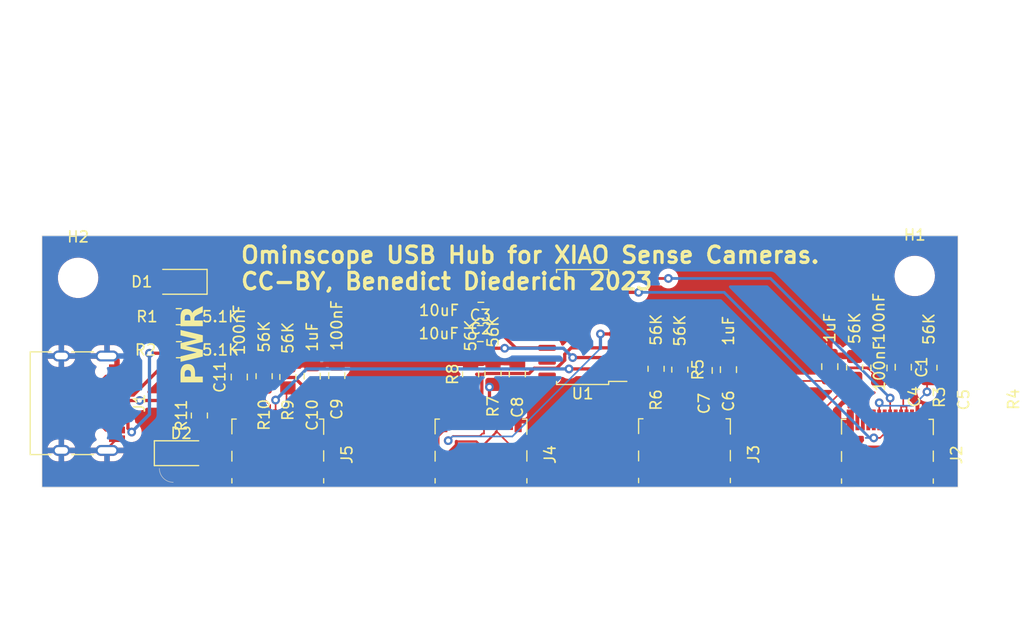
<source format=kicad_pcb>
(kicad_pcb (version 20221018) (generator pcbnew)
  (title_block (title "SL2.1A, USB-C 2.0 IN, 4x USB-C 2.0 OUT") (date "2023-11-02") (rev "v1.2") (company "Hugo Hu"))
  (layers (0 "F.Cu" signal) (31 "B.Cu" signal) (34 "B.Paste" user) (35 "F.Paste" user) (36 "B.SilkS" user "B.Silkscreen") (37 "F.SilkS" user "F.Silkscreen") (38 "B.Mask" user) (39 "F.Mask" user) (44 "Edge.Cuts" user))
  (net 0 "")
  (net 1 "/VBUS")
  (net 2 "GND")
  (net 3 "Net-(U1-VDD3)")
  (net 4 "Net-(U1-VDD18)")
  (net 5 "Net-(D1-A)")
  (net 6 "Net-(J1-CC1)")
  (net 8 "Net-(J1-CC2)")
  (net 10 "Net-(J2-CC1)")
  (net 11 "Net-(J2-CC2)")
  (net 12 "/D1+")
  (net 13 "/D1-")
  (net 14 "/D2+")
  (net 15 "/D2-")
  (net 16 "/D+")
  (net 17 "/D-")
  (net 18 "/D3+")
  (net 19 "/D3-")
  (net 20 "/D4+")
  (net 21 "/D4-")
  (net 22 "Net-(J3-CC1)")
  (net 23 "Net-(J3-CC2)")
  (net 24 "Net-(J4-CC1)")
  (net 25 "Net-(J4-CC2)")
  (net 26 "Net-(J5-CC1)")
  (net 27 "Net-(J5-CC2)")
  (net 29 "Net-(D2-A)")
  (footprint "Capacitor_SMD:C_0805_2012Metric_Pad1.18x1.45mm_HandSolder" (layer "F.Cu") (at 114.45 98.125 -90)
    (fp_text reference "C4")
    (fp_text value "1uF")
  )
  (footprint "Capacitor_SMD:C_0805_2012Metric_Pad1.18x1.45mm_HandSolder" (layer "F.Cu") (at 105.175 98.4 -90)
    (fp_text reference "C6")
    (fp_text value "1uF")
  )
  (footprint "Capacitor_SMD:C_0805_2012Metric_Pad1.18x1.45mm_HandSolder" (layer "F.Cu") (at 67.075 99 -90)
    (fp_text reference "C10")
    (fp_text value "1uF")
  )
  (footprint "MountingHole:MountingHole_3.2mm_M3_ISO14580" (layer "F.Cu") (at 45.65 90)
    (fp_text reference "H2")
    (fp_text value "MountingHole")
  )
  (footprint "Resistor_SMD:R_0805_2012Metric_Pad1.20x1.40mm_HandSolder" (layer "F.Cu") (at 56.75 102.6 90)
    (fp_text reference "R11")
    (fp_text value "100")
  )
  (footprint "Capacitor_SMD:C_0805_2012Metric_Pad1.18x1.45mm_HandSolder" (layer "F.Cu") (at 121.175 98.175 -90)
    (fp_text reference "C1")
    (fp_text value "100nF")
  )
  (footprint "Resistor_SMD:R_0805_2012Metric_Pad1.20x1.40mm_HandSolder" (layer "F.Cu") (at 54.859 93.5524 180)
    (fp_text reference "R1")
    (fp_text value "5.1K")
  )
  (footprint "LED_SMD:LED_1206_3216Metric_Pad1.42x1.75mm_HandSolder" (layer "F.Cu") (at 55.0875 106.05)
    (fp_text reference "D2")
    (fp_text value "LED_Small")
  )
  (footprint "Resistor_SMD:R_0805_2012Metric_Pad1.20x1.40mm_HandSolder" (layer "F.Cu") (at 98.55 98.325 90)
    (fp_text reference "R6")
    (fp_text value "56K")
  )
  (footprint "Resistor_SMD:R_0805_2012Metric_Pad1.20x1.40mm_HandSolder" (layer "F.Cu") (at 54.875 96.575)
    (fp_text reference "R2")
    (fp_text value "5.1K")
  )
  (footprint "uc32_standalone_singlemotor:USB_C_Plug_UTC009-C12" (layer "F.Cu") (at 119.725 103.2)
    (fp_text reference "J2")
    (fp_text value "USB_C_Receptacle_USB2.0")
  )
  (footprint "Capacitor_SMD:C_0805_2012Metric_Pad1.18x1.45mm_HandSolder" (layer "F.Cu") (at 69.325 98.95 -90)
    (fp_text reference "C9")
    (fp_text value "100nF")
  )
  (footprint "MountingHole:MountingHole_3.2mm_M3_ISO14580" (layer "F.Cu") (at 122.225 89.825)
    (fp_text reference "H1")
    (fp_text value "MountingHole")
  )
  (footprint "Capacitor_SMD:C_0805_2012Metric_Pad1.18x1.45mm_HandSolder" (layer "F.Cu") (at 60.4 99.075 -90)
    (fp_text reference "C11")
    (fp_text value "100nF")
  )
  (footprint "Capacitor_SMD:C_0805_2012Metric_Pad1.18x1.45mm_HandSolder" (layer "F.Cu") (at 118.95 98.25 -90)
    (fp_text reference "C5")
    (fp_text value "100nF")
  )
  (footprint "Capacitor_SMD:C_0805_2012Metric_Pad1.18x1.45mm_HandSolder" (layer "F.Cu") (at 82.5125 92.975 180)
    (fp_text reference "C2")
    (fp_text value "10uF")
  )
  (footprint "uc32_standalone_singlemotor:USB_C_Plug_UTC009-C12" (layer "F.Cu") (at 101.15 103.15)
    (fp_text reference "J3")
    (fp_text value "USB_C_Receptacle_USB2.0")
  )
  (footprint "Capacitor_SMD:C_0805_2012Metric_Pad1.18x1.45mm_HandSolder" (layer "F.Cu") (at 85.85 98.8 -90)
    (fp_text reference "C8")
    (fp_text value "1uF")
  )
  (footprint "uc32_standalone_singlemotor:USB_C_Plug_UTC009-C12" (layer "F.Cu") (at 63.925 103.175)
    (fp_text reference "J5")
    (fp_text value "USB_C_Receptacle_USB2.0")
  )
  (footprint "Capacitor_SMD:C_0805_2012Metric_Pad1.18x1.45mm_HandSolder" (layer "F.Cu") (at 82.4625 95.1)
    (fp_text reference "C3")
    (fp_text value "10uF")
  )
  (footprint "Package_SO:SOIC-16_4.55x10.3mm_P1.27mm" (layer "F.Cu") (at 91.825 94.5 180)
    (fp_text reference "U1")
    (fp_text value "SL2.1A")
  )
  (footprint "Resistor_SMD:R_0805_2012Metric_Pad1.20x1.40mm_HandSolder" (layer "F.Cu") (at 123.525 98.225 90)
    (fp_text reference "R4")
    (fp_text value "56K")
  )
  (footprint "Resistor_SMD:R_0805_2012Metric_Pad1.20x1.40mm_HandSolder" (layer "F.Cu") (at 62.675 99 90)
    (fp_text reference "R10")
    (fp_text value "56K")
  )
  (footprint "Resistor_SMD:R_0805_2012Metric_Pad1.20x1.40mm_HandSolder" (layer "F.Cu") (at 116.725 98.2 -90)
    (fp_text reference "R3")
    (fp_text value "56K")
  )
  (footprint "Resistor_SMD:R_0805_2012Metric_Pad1.20x1.40mm_HandSolder" (layer "F.Cu") (at 100.725 98.4 -90)
    (fp_text reference "R5")
    (fp_text value "56K")
  )
  (footprint "Diode_SMD:D_1206_3216Metric_Pad1.42x1.75mm_HandSolder" (layer "F.Cu") (at 54.994 90.3624 180)
    (fp_text reference "D1")
    (fp_text value "SD1206T020S1R0")
  )
  (footprint "Resistor_SMD:R_0805_2012Metric_Pad1.20x1.40mm_HandSolder" (layer "F.Cu") (at 81.575 98.825 90)
    (fp_text reference "R8")
    (fp_text value "56K")
  )
  (footprint "Resistor_SMD:R_0805_2012Metric_Pad1.20x1.40mm_HandSolder" (layer "F.Cu") (at 64.85 99.075 -90)
    (fp_text reference "R9")
    (fp_text value "56K")
  )
  (footprint "Connector_USB:USB_C_Receptacle_HRO_TYPE-C-31-M-12" (layer "F.Cu") (at 45.165 101.475 -90)
    (fp_text reference "J1")
    (fp_text value "USB_C_Receptacle_USB2.0")
  )
  (footprint "Capacitor_SMD:C_0805_2012Metric_Pad1.18x1.45mm_HandSolder" (layer "F.Cu") (at 102.95 98.475 -90)
    (fp_text reference "C7")
    (fp_text value "100nF" hide)
  )
  (footprint "Resistor_SMD:R_0805_2012Metric_Pad1.20x1.40mm_HandSolder" (layer "F.Cu") (at 83.625 98.75 -90)
    (fp_text reference "R7")
    (fp_text value "56K")
  )
  (footprint "uc32_standalone_singlemotor:USB_C_Plug_UTC009-C12" (layer "F.Cu") (at 82.525 103.175)
    (fp_text reference "J4")
    (fp_text value "USB_C_Receptacle_USB2.0")
  )
  (gr_line (start 42.35 86.15) (end 126.175 86.15) (stroke (width 0.05)) (layer "Edge.Cuts"))
  (gr_arc (start 54.356 108.712) (mid 53.457974 108.340026) (end 53.086 107.442) (stroke (width 0.05)) (layer "Edge.Cuts"))
  (gr_line (start 126.175 109.15) (end 42.35 109.15) (stroke (width 0.05)) (layer "Edge.Cuts"))
  (gr_line (start 126.175 86.15) (end 126.175 109.15) (stroke (width 0.05)) (layer "Edge.Cuts"))
  (gr_line (start 42.35 109.15) (end 42.35 86.15) (stroke (width 0.05)) (layer "Edge.Cuts"))
  (gr_text "PWR" (at 57.404 99.822 90) (layer "F.SilkS") (effects (font (size 2 2) (thickness 0.4) bold) (justify left bottom)))
  (gr_text "Ominscope USB Hub for XIAO Sense Cameras. \nCC-BY, Benedict Diederich 2023" (at 60.4 91.2) (layer "F.SilkS") (effects (font (size 1.5 1.5) (thickness 0.3) bold) (justify left bottom)))
  (segment (start 85.85 100.3) (end 85 101.15) (width 0.3) (layer "F.Cu") (net 1))
  (segment (start 67.125 99.9875) (end 67.0752 100.0377) (width 0.3) (layer "F.Cu") (net 1))
  (segment (start 75.2875 105.95) (end 69.325 99.9875) (width 0.3) (layer "F.Cu") (net 1))
  (segment (start 102.102 104.975) (end 99.1288 104.975) (width 0.15) (layer "F.Cu") (net 1))
  (segment (start 57.4305 89.4134) (end 89.4377 89.4134) (width 0.3) (layer "F.Cu") (net 1))
  (segment (start 61.3929 99.1196) (end 60.4 100.112) (width 0.3) (layer "F.Cu") (net 1))
  (segment (start 83.975 104.08) (end 83.8802 104.08) (width 0.15) (layer "F.Cu") (net 1))
  (segment (start 102.9 101.725) (end 102.95 101.675) (width 0.15) (layer "F.Cu") (net 1))
  (segment (start 65.725 101.648) (end 65.225 101.648) (width 0.15) (layer "F.Cu") (net 1))
  (segment (start 65.725 101.165) (end 65.725 101.648) (width 0.15) (layer "F.Cu") (net 1))
  (segment (start 82.1 104.975) (end 82.525 105.4) (width 0.2) (layer "F.Cu") (net 1))
  (segment (start 105.1 99.5125) (end 105.175 99.4375) (width 0.15) (layer "F.Cu") (net 1))
  (segment (start 89.756 91.96) (end 96.1106 91.96) (width 0.3) (layer "F.Cu") (net 1))
  (segment (start 79.35 106.225) (end 75.525 106.225) (width 0.3) (layer "F.Cu") (net 1))
  (segment (start 82.525 105.4) (end 82.65 105.4) (width 0.2) (layer "F.Cu") (net 1))
  (segment (start 75.2875 105.9875) (end 75.2875 105.95) (width 0.3) (layer "F.Cu") (net 1))
  (segment (start 80.275 105.3) (end 79.35 106.225) (width 0.3) (layer "F.Cu") (net 1))
  (segment (start 83.725 101.425) (end 83.725 102.945) (width 0.2) (layer "F.Cu") (net 1))
  (segment (start 84 101.15) (end 83.725 101.425) (width 0.2) (layer "F.Cu") (net 1))
  (segment (start 83.975 102.945) (end 83.725 102.945) (width 0.2) (layer "F.Cu") (net 1))
  (segment (start 117.983 98.3203) (end 117.9032 98.2405) (width 0.25) (layer "F.Cu") (net 1))
  (segment (start 56.4815 90.3624) (end 57.4305 89.4134) (width 0.3) (layer "F.Cu") (net 1))
  (segment (start 66.6092 100.28) (end 65.725 101.165) (width 0.3) (layer "F.Cu") (net 1))
  (segment (start 86.2835 106.389) (end 83.975 104.08) (width 0.15) (layer "F.Cu") (net 1))
  (segment (start 58.0375 100.112) (end 56.575 101.575) (width 0.3) (layer "F.Cu") (net 1))
  (segment (start 102.9 104.177) (end 102.102 104.975) (width 0.15) (layer "F.Cu") (net 1))
  (segment (start 89.4377 89.4134) (end 89.756 89.7317) (width 0.3) (layer "F.Cu") (net 1))
  (segment (start 102.4 102.95) (end 102.4 101.723) (width 0.15) (layer "F.Cu") (net 1))
  (segment (start 84.225 102.945) (end 83.975 102.945) (width 0.2) (layer "F.Cu") (net 1))
  (segment (start 82.65 105.4) (end 83.8802 104.1698) (width 0.2) (layer "F.Cu") (net 1))
  (segment (start 67.0752 100.0377) (end 67.075 100.038) (width 0.3) (layer "F.Cu") (net 1))
  (segment (start 83.975 104.08) (end 83.975 102.945) (width 0.15) (layer "F.Cu") (net 1))
  (segment (start 65.4483 99.1196) (end 61.3929 99.1196) (width 0.3) (layer "F.Cu") (net 1))
  (segment (start 99.1288 104.975) (end 97.7156 106.389) (width 0.15) (layer "F.Cu") (net 1))
  (segment (start 66.8522 100.038) (end 66.6092 100.28) (width 0.3) (layer "F.Cu") (net 1))
  (segment (start 101.85 96.8653) (end 101.85 98.4125) (width 0.25) (layer "F.Cu") (net 1))
  (segment (start 88.575 92.595) (end 89.21 91.96) (width 0.3) (layer "F.Cu") (net 1))
  (segment (start 85 101.15) (end 84 101.15) (width 0.3) (layer "F.Cu") (net 1))
  (segment (start 102.4 101.723) (end 102.9 101.723) (width 0.15) (layer "F.Cu") (net 1))
  (segment (start 115.3718 98.2405) (end 115.292 98.3203) (width 0.25) (layer "F.Cu") (net 1))
  (segment (start 80.275 104.975) (end 82.1 104.975) (width 0.2) (layer "F.Cu") (net 1))
  (segment (start 102.9 101.725) (end 102.9 102.95) (width 0.15) (layer "F.Cu") (net 1))
  (segment (start 67.075 100.0375) (end 67.0752 100.0377) (width 0.3) (layer "F.Cu") (net 1))
  (segment (start 99.6939 94.7092) (end 101.85 96.8653) (width 0.25) (layer "F.Cu") (net 1))
  (segment (start 102.9 101.723) (end 102.9 101.725) (width 0.15) (layer "F.Cu") (net 1))
  (segment (start 121.475 103) (end 121.475 101.773) (width 0.15) (layer "F.Cu") (net 1))
  (segment (start 102.95 101.675) (end 102.95 99.5125) (width 0.15) (layer "F.Cu") (net 1))
  (segment (start 67.075 100.038) (end 66.8522 100.038) (width 0.3) (layer "F.Cu") (net 1))
  (segment (start 60.4 100.1125) (end 60.4 100.112) (width 0.3) (layer "F.Cu") (net 1))
  (segment (start 65.725 101.648) (end 65.725 102.875) (width 0.15) (layer "F.Cu") (net 1))
  (segment (start 121.175 99.2875) (end 121.175 99.2125) (width 0.15) (layer "F.Cu") (net 1))
  (segment (start 120.975 101.773) (end 121.175 101.773) (width 0.15) (layer "F.Cu") (net 1))
  (segment (start 117.9032 98.2405) (end 115.3718 98.2405) (width 0.25) (layer "F.Cu") (net 1))
  (segment (start 121.175 99.2875) (end 118.95 99.2875) (width 0.15) (layer "F.Cu") (net 1))
  (segment (start 65.225 101.648) (end 65.225 102.875) (width 0.15) (layer "F.Cu") (net 1))
  (segment (start 114.175 99.4375) (end 114.45 99.1625) (width 0.15) (layer "F.Cu") (net 1))
  (segment (start 69.325 99.9875) (end 67.125 99.9875) (width 0.3) (layer "F.Cu") (net 1))
  (segment (start 83.8802 104.1698) (end 83.8802 104.08) (width 0.2) (layer "F.Cu") (net 1))
  (segment (start 96.1106 91.96) (end 98.8598 94.7092) (width 0.25) (layer "F.Cu") (net 1))
  (segment (start 102.9 102.95) (end 102.9 104.177) (width 0.15) (layer "F.Cu") (net 1))
  (segment (start 102.95 99.5125) (end 105.1 99.5125) (width 0.15) (layer "F.Cu") (net 1))
  (segment (start 89.21 91.96) (end 89.756 91.96) (width 0.3) (layer "F.Cu") (net 1))
  (segment (start 89.756 89.7317) (end 89.756 91.96) (width 0.3) (layer "F.Cu") (net 1))
  (segment (start 75.525 106.225) (end 75.2875 105.9875) (width 0.3) (layer "F.Cu") (net 1))
  (segment (start 60.4 100.112) (end 58.0375 100.112) (width 0.3) (layer "F.Cu") (net 1))
  (segment (start 80.275 104.975) (end 80.275 105.3) (width 0.3) (layer "F.Cu") (net 1))
  (segment (start 121.175 101.773) (end 121.175 99.2875) (width 0.15) (layer "F.Cu") (net 1))
  (segment (start 120.975 103) (end 120.975 101.773) (width 0.15) (layer "F.Cu") (net 1))
  (segment (start 114.45 99.1625) (end 115.292 98.3203) (width 0.15) (layer "F.Cu") (net 1))
  (segment (start 121.475 101.773) (end 121.175 101.773) (width 0.15) (layer "F.Cu") (net 1))
  (segment (start 85.85 99.8375) (end 85.85 100.3) (width 0.3) (layer "F.Cu") (net 1))
  (segment (start 66.6092 100.28) (end 65.4483 99.1196) (width 0.3) (layer "F.Cu") (net 1))
  (segment (start 117.983 98.3203) (end 118.95 99.2875) (width 0.15) (layer "F.Cu") (net 1))
  (segment (start 98.8598 94.7092) (end 99.6939 94.7092) (width 0.25) (layer "F.Cu") (net 1))
  (segment (start 102.95 99.5125) (end 101.85 98.4125) (width 0.15) (layer "F.Cu") (net 1))
  (segment (start 97.7156 106.389) (end 86.2835 106.389) (width 0.15) (layer "F.Cu") (net 1))
  (segment (start 105.175 99.4375) (end 114.175 99.4375) (width 0.15) (layer "F.Cu") (net 1))
  (segment (start 88.385 93.675) (end 87.475 93.675) (width 0.25) (layer "F.Cu") (net 2))
  (segment (start 97.75 103.05) (end 96.6 104.2) (width 0.2) (layer "F.Cu") (net 2))
  (segment (start 88.575 93.865) (end 88.385 93.675) (width 0.25) (layer "F.Cu") (net 2))
  (segment (start 85.75 91.95) (end 84.85 91.95) (width 0.25) (layer "F.Cu") (net 2))
  (segment (start 48.295 105.795) (end 48.295 105.64) (width 0.2) (layer "F.Cu") (net 2))
  (segment (start 103.525 105.775) (end 102.525 105.775) (width 0.2) (layer "F.Cu") (net 2))
  (segment (start 117.975 107.7) (end 118.475 107.2) (width 0.2) (layer "F.Cu") (net 2))
  (segment (start 85.875 103.045) (end 86.655 103.045) (width 0.4) (layer "F.Cu") (net 2))
  (segment (start 102.525 105.775) (end 102.4 105.9) (width 0.2) (layer "F.Cu") (net 2))
  (segment (start 48.295 105.64) (end 49.21 104.725) (width 0.2) (layer "F.Cu") (net 2))
  (segment (start 103.525 103.075) (end 103.525 105.775) (width 0.2) (layer "F.Cu") (net 2))
  (segment (start 96.6 104.2) (end 96.6 105.05) (width 0.2) (layer "F.Cu") (net 2))
  (segment (start 87.475 93.675) (end 85.75 91.95) (width 0.25) (layer "F.Cu") (net 2))
  (segment (start 81.35 92.85) (end 81.475 92.975) (width 0.25) (layer "F.Cu") (net 2))
  (segment (start 79.075 103.045) (end 79.075 103.895) (width 0.4) (layer "F.Cu") (net 2))
  (segment (start 118.475 107.2) (end 118.475 105.95) (width 0.2) (layer "F.Cu") (net 2))
  (segment (start 84.55 91.65) (end 81.625 91.65) (width 0.25) (layer "F.Cu") (net 2))
  (segment (start 81.35 91.925) (end 81.35 92.85) (width 0.25) (layer "F.Cu") (net 2))
  (segment (start 121.975 103) (end 122.475 103) (width 0.2) (layer "F.Cu") (net 2))
  (segment (start 79.075 103.895) (end 77.925 105.045) (width 0.4) (layer "F.Cu") (net 2))
  (segment (start 66.175 102.975) (end 66.675 102.975) (width 0.2) (layer "F.Cu") (net 2))
  (segment (start 86.655 103.045) (end 88.225 101.475) (width 0.4) (layer "F.Cu") (net 2))
  (segment (start 103.4 102.95) (end 103.525 103.075) (width 0.2) (layer "F.Cu") (net 2))
  (segment (start 88.225 101.475) (end 88.225 99.295) (width 0.4) (layer "F.Cu") (net 2))
  (segment (start 88.225 99.295) (end 88.575 98.945) (width 0.3) (layer "F.Cu") (net 2))
  (segment (start 84.85 91.95) (end 84.55 91.65) (width 0.25) (layer "F.Cu") (net 2))
  (segment (start 81.625 91.65) (end 81.35 91.925) (width 0.25) (layer "F.Cu") (net 2))
  (segment (start 84.775 102.975) (end 85.275 102.975) (width 0.2) (layer "F.Cu") (net 2))
  (segment (start 85.625 92.975) (end 83.55 92.975) (width 0.3) (layer "F.Cu") (net 3))
  (segment (start 88.575 95.135) (end 87.785 95.135) (width 0.3) (layer "F.Cu") (net 3))
  (segment (start 87.785 95.135) (end 85.625 92.975) (width 0.3) (layer "F.Cu") (net 3))
  (segment (start 88.575 96.405) (end 85.6859 96.405) (width 0.3) (layer "F.Cu") (net 4))
  (segment (start 85.6859 96.405) (end 83.8309 94.55) (width 0.3) (layer "F.Cu") (net 4))
  (segment (start 83.8309 94.55) (end 83.5 94.55) (width 0.3) (layer "F.Cu") (net 4))
  (segment (start 48.2081 103.925) (end 47.8492 103.566) (width 0.3) (layer "F.Cu") (net 5))
  (segment (start 47.8492 103.566) (end 47.8492 99.3839) (width 0.3) (layer "F.Cu") (net 5))
  (segment (start 48.2081 99.025) (end 49.21 99.025) (width 0.3) (layer "F.Cu") (net 5))
  (segment (start 50.2119 94.78) (end 53.5065 91.4854) (width 0.3) (layer "F.Cu") (net 5))
  (segment (start 49.21 103.925) (end 48.2081 103.925) (width 0.3) (layer "F.Cu") (net 5))
  (segment (start 50.2119 99.025) (end 50.2119 94.78) (width 0.3) (layer "F.Cu") (net 5))
  (segment (start 53.5065 91.4854) (end 53.5065 90.3624) (width 0.3) (layer "F.Cu") (net 5))
  (segment (start 49.21 99.025) (end 50.2119 99.025) (width 0.3) (layer "F.Cu") (net 5))
  (segment (start 47.8492 99.3839) (end 48.2081 99.025) (width 0.3) (layer "F.Cu") (net 5))
  (segment (start 49.21 100.225) (end 50.2119 100.225) (width 0.3) (layer "F.Cu") (net 6))
  (segment (start 50.2119 100.225) (end 50.8749 99.562) (width 0.3) (layer "F.Cu") (net 6))
  (segment (start 50.8749 96.5365) (end 53.859 93.5524) (width 0.3) (layer "F.Cu") (net 6))
  (segment (start 50.8749 99.562) (end 50.8749 96.5365) (width 0.3) (layer "F.Cu") (net 6))
  (segment (start 52.1803 96.9003) (end 53.5497 96.9003) (width 0.3) (layer "F.Cu") (net 8))
  (segment (start 49.21 103.225) (end 50.2119 103.225) (width 0.3) (layer "F.Cu") (net 8))
  (segment (start 50.2119 103.774) (end 50.553 104.115) (width 0.3) (layer "F.Cu") (net 8))
  (segment (start 50.2119 103.225) (end 50.2119 103.774) (width 0.3) (layer "F.Cu") (net 8))
  (segment (start 53.5497 96.9003) (end 53.875 96.575) (width 0.3) (layer "F.Cu") (net 8))
  (via (at 50.553 104.115) (size 0.8) (drill 0.4) (layers "F.Cu" "B.Cu") (net 8))
  (via (at 52.1803 96.9003) (size 0.8) (drill 0.4) (layers "F.Cu" "B.Cu") (net 8))
  (segment (start 52.1803 96.9003) (end 52.1803 102.488) (width 0.3) (layer "B.Cu") (net 8))
  (segment (start 52.1803 102.488) (end 50.553 104.115) (width 0.3) (layer "B.Cu") (net 8))
  (segment (start 114.148 101.777) (end 116.725 99.2) (width 0.15) (layer "F.Cu") (net 10))
  (segment (start 118.717 108.577) (end 117.26 108.577) (width 0.15) (layer "F.Cu") (net 10))
  (segment (start 117.26 108.577) (end 116.919 108.235) (width 0.15) (layer "F.Cu") (net 10))
  (segment (start 120.475 103) (end 120.475 104.543) (width 0.15) (layer "F.Cu") (net 10))
  (segment (start 119.592 105.425) (end 119.592 107.701) (width 0.15) (layer "F.Cu") (net 10))
  (segment (start 116.919 107.43) (end 116.112 106.623) (width 0.15) (layer "F.Cu") (net 10))
  (segment (start 116.919 108.235) (end 116.919 107.43) (width 0.15) (layer "F.Cu") (net 10))
  (segment (start 114.846 106.623) (end 114.148 105.925) (width 0.15) (layer "F.Cu") (net 10))
  (segment (start 114.148 105.925) (end 114.148 101.777) (width 0.15) (layer "F.Cu") (net 10))
  (segment (start 116.112 106.623) (end 114.846 106.623) (width 0.15) (layer "F.Cu") (net 10))
  (segment (start 119.592 107.701) (end 118.717 108.577) (width 0.15) (layer "F.Cu") (net 10))
  (segment (start 120.475 104.543) (end 119.592 105.425) (width 0.15) (layer "F.Cu") (net 10))
  (segment (start 123.352 99.3977) (end 123.352 100.436) (width 0.15) (layer "F.Cu") (net 11))
  (segment (start 118.975 101.436) (end 118.975 103) (width 0.15) (layer "F.Cu") (net 11))
  (segment (start 123.525 99.225) (end 123.352 99.3977) (width 0.15) (layer "F.Cu") (net 11))
  (via (at 118.975 101.436) (size 0.8) (drill 0.4) (layers "F.Cu" "B.Cu") (net 11))
  (via (at 123.352 100.436) (size 0.8) (drill 0.4) (layers "F.Cu" "B.Cu") (net 11))
  (segment (start 118.975 101.436) (end 119.244 101.704) (width 0.15) (layer "B.Cu") (net 11))
  (segment (start 122.084 101.704) (end 123.352 100.436) (width 0.15) (layer "B.Cu") (net 11))
  (segment (start 119.244 101.704) (end 122.084 101.704) (width 0.15) (layer "B.Cu") (net 11))
  (segment (start 99.6773 90.055) (end 95.075 90.055) (width 0.25) (layer "F.Cu") (net 12))
  (segment (start 119.975 101.004) (end 119.975 103) (width 0.15) (layer "F.Cu") (net 12))
  (via (at 119.975 101.004) (size 0.8) (drill 0.4) (layers "F.Cu" "B.Cu") (net 12))
  (via (at 99.6773 90.055) (size 0.8) (drill 0.4) (layers "F.Cu" "B.Cu") (net 12))
  (segment (start 109.026 90.055) (end 99.6773 90.055) (width 0.25) (layer "B.Cu") (net 12))
  (segment (start 119.975 101.004) (end 109.026 90.055) (width 0.25) (layer "B.Cu") (net 12))
  (segment (start 119.475 103) (end 119.475 104.227) (width 0.15) (layer "F.Cu") (net 13))
  (segment (start 119.475 104.227) (end 119.052 104.65) (width 0.15) (layer "F.Cu") (net 13))
  (segment (start 119.052 104.65) (end 118.478 104.65) (width 0.15) (layer "F.Cu") (net 13))
  (segment (start 96.9549 91.325) (end 95.075 91.325) (width 0.3) (layer "F.Cu") (net 13))
  (via (at 96.9549 91.325) (size 0.8) (drill 0.4) (layers "F.Cu" "B.Cu") (net 13))
  (via (at 118.478 104.65) (size 0.8) (drill 0.4) (layers "F.Cu" "B.Cu") (net 13))
  (segment (start 118.478 104.65) (end 118.102 104.65) (width 0.15) (layer "B.Cu") (net 13))
  (segment (start 118.102 104.65) (end 117.729 104.65) (width 0.15) (layer "B.Cu") (net 13))
  (segment (start 104.777 91.325) (end 96.9549 91.325) (width 0.25) (layer "B.Cu") (net 13))
  (segment (start 118.102 104.65) (end 104.777 91.325) (width 0.25) (layer "B.Cu") (net 13))
  (segment (start 99.6069 96.8065) (end 99.6069 96.6938) (width 0.25) (layer "F.Cu") (net 14))
  (segment (start 99.6069 96.6938) (end 95.5081 92.595) (width 0.25) (layer "F.Cu") (net 14))
  (segment (start 95.5081 92.595) (end 95.075 92.595) (width 0.3) (layer "F.Cu") (net 14))
  (segment (start 101.4 101.649) (end 101.4 102.95) (width 0.15) (layer "F.Cu") (net 14))
  (segment (start 99.6069 96.8065) (end 99.6069 99.8562) (width 0.15) (layer "F.Cu") (net 14))
  (segment (start 99.6069 99.8562) (end 101.4 101.649) (width 0.15) (layer "F.Cu") (net 14))
  (segment (start 96.5313 102.807) (end 96.5313 95.2044) (width 0.15) (layer "F.Cu") (net 15))
  (segment (start 100.9 102.95) (end 100.9 104.177) (width 0.15) (layer "F.Cu") (net 15))
  (segment (start 95.296 93.865) (end 95.075 93.865) (width 0.3) (layer "F.Cu") (net 15))
  (segment (start 96.5313 95.2044) (end 96.5313 95.1003) (width 0.3) (layer "F.Cu") (net 15))
  (segment (start 96.5313 95.1003) (end 95.296 93.865) (width 0.3) (layer "F.Cu") (net 15))
  (segment (start 100.9 104.177) (end 99.3255 104.177) (width 0.15) (layer "F.Cu") (net 15))
  (segment (start 99.3255 104.177) (end 97.4755 106.027) (width 0.15) (layer "F.Cu") (net 15))
  (segment (start 95.5418 103.797) (end 96.5313 102.807) (width 0.15) (layer "F.Cu") (net 15))
  (segment (start 97.4755 106.027) (end 95.7151 106.027) (width 0.15) (layer "F.Cu") (net 15))
  (segment (start 95.5418 105.854) (end 95.5418 103.797) (width 0.15) (layer "F.Cu") (net 15))
  (segment (start 95.7151 106.027) (end 95.5418 105.854) (width 0.15) (layer "F.Cu") (net 15))
  (segment (start 53.9691 101.226) (end 51.2827 101.226) (width 0.3) (layer "F.Cu") (net 16))
  (segment (start 50.2629 101.226) (end 50.2629 102.174) (width 0.3) (layer "F.Cu") (net 16))
  (segment (start 88.246 90.996) (end 88.575 91.325) (width 0.3) (layer "F.Cu") (net 16))
  (segment (start 51.2827 101.226) (end 50.2629 101.226) (width 0.3) (layer "F.Cu") (net 16))
  (segment (start 50.2119 102.225) (end 49.21 102.225) (width 0.3) (layer "F.Cu") (net 16))
  (segment (start 64.1991 90.996) (end 53.9691 101.226) (width 0.3) (layer "F.Cu") (net 16))
  (segment (start 50.2619 101.225) (end 49.21 101.225) (width 0.3) (layer "F.Cu") (net 16))
  (segment (start 50.2629 102.174) (end 50.2119 102.225) (width 0.3) (layer "F.Cu") (net 16))
  (segment (start 64.1991 90.996) (end 88.246 90.996) (width 0.3) (layer "F.Cu") (net 16))
  (segment (start 50.2629 101.226) (end 50.2619 101.225) (width 0.3) (layer "F.Cu") (net 16))
  (via (at 51.2827 101.226) (size 0.8) (drill 0.4) (layers "F.Cu" "B.Cu") (net 16))
  (segment (start 54.35 97.825) (end 53.6137 97.825) (width 0.2) (layer "F.Cu") (net 17))
  (segment (start 53.6137 97.825) (end 53.60685 97.83185) (width 0.2) (layer "F.Cu") (net 17))
  (segment (start 57.475 92.325) (end 55.25 92.325) (width 0.2) (layer "F.Cu") (net 17))
  (segment (start 54.875 92.7) (end 54.875 97.3) (width 0.2) (layer "F.Cu") (net 17))
  (segment (start 88.575 90.055) (end 59.745 90.055) (width 0.2) (layer "F.Cu") (net 17))
  (segment (start 53.60685 97.83185) (end 50.7137 100.725) (width 0.3) (layer "F.Cu") (net 17))
  (segment (start 59.745 90.055) (end 57.475 92.325) (width 0.2) (layer "F.Cu") (net 17))
  (segment (start 55.25 92.325) (end 54.875 92.7) (width 0.2) (layer "F.Cu") (net 17))
  (segment (start 49.21 101.725) (end 48.2081 101.725) (width 0.3) (layer "F.Cu") (net 17))
  (segment (start 54.875 97.3) (end 54.35 97.825) (width 0.2) (layer "F.Cu") (net 17))
  (segment (start 48.2081 100.725) (end 49.21 100.725) (width 0.3) (layer "F.Cu") (net 17))
  (segment (start 50.7137 100.725) (end 49.21 100.725) (width 0.3) (layer "F.Cu") (net 17))
  (segment (start 48.2081 101.725) (end 48.2081 100.725) (width 0.3) (layer "F.Cu") (net 17))
  (segment (start 79.525 104.9) (end 79.95 104.475) (width 0.15) (layer "F.Cu") (net 18))
  (segment (start 82.8 103) (end 82.775 102.975) (width 0.15) (layer "F.Cu") (net 18))
  (segment (start 82.8 104.25) (end 82.8 103) (width 0.15) (layer "F.Cu") (net 18))
  (segment (start 79.95 104.475) (end 82.425 104.475) (width 0.15) (layer "F.Cu") (net 18))
  (segment (start 82.65 104.25) (end 82.8 104.25) (width 0.15) (layer "F.Cu") (net 18))
  (segment (start 93.4592 95.135) (end 95.075 95.135) (width 0.3) (layer "F.Cu") (net 18))
  (segment (start 82.425 104.475) (end 82.65 104.25) (width 0.15) (layer "F.Cu") (net 18))
  (via (at 79.525 104.9) (size 0.8) (drill 0.4) (layers "F.Cu" "B.Cu") (net 18))
  (via (at 93.4592 95.135) (size 0.8) (drill 0.4) (layers "F.Cu" "B.Cu") (net 18))
  (segment (start 79.909 104.516) (end 85.3953 104.516) (width 0.15) (layer "B.Cu") (net 18))
  (segment (start 93.4592 96.4518) (end 93.4592 95.135) (width 0.3) (layer "B.Cu") (net 18))
  (segment (start 93.4591 96.4519) (end 93.4592 96.4518) (width 0.3) (layer "B.Cu") (net 18))
  (segment (start 85.3953 104.516) (end 93.4591 96.4519) (width 0.15) (layer "B.Cu") (net 18))
  (segment (start 79.525 104.9) (end 79.909 104.516) (width 0.15) (layer "B.Cu") (net 18))
  (segment (start 87.4044 98.2774) (end 86.9305 98.7513) (width 0.3) (layer "F.Cu") (net 19))
  (segment (start 89.4441 98.2774) (end 87.4044 98.2774) (width 0.3) (layer "F.Cu") (net 19))
  (segment (start 90.1878 96.9953) (end 90.1878 97.5337) (width 0.3) (layer "F.Cu") (net 19))
  (segment (start 95.075 96.405) (end 90.7781 96.405) (width 0.3) (layer "F.Cu") (net 19))
  (segment (start 90.7781 96.405) (end 90.1878 96.9953) (width 0.3) (layer "F.Cu") (net 19))
  (segment (start 82.8961 98.7513) (end 82.8224 98.825) (width 0.3) (layer "F.Cu") (net 19))
  (segment (start 86.9305 98.7513) (end 82.8961 98.7513) (width 0.3) (layer "F.Cu") (net 19))
  (segment (start 82.8224 98.825) (end 82.1376 98.825) (width 0.3) (layer "F.Cu") (net 19))
  (segment (start 82.225 101.443) (end 82.6 101.068) (width 0.15) (layer "F.Cu") (net 19))
  (segment (start 82.225 102.945) (end 82.225 101.443) (width 0.15) (layer "F.Cu") (net 19))
  (segment (start 82.6 101.068) (end 82.6 99.2874) (width 0.3) (layer "F.Cu") (net 19))
  (segment (start 90.1878 97.5337) (end 89.4441 98.2774) (width 0.3) (layer "F.Cu") (net 19))
  (segment (start 82.6 99.2874) (end 82.1376 98.825) (width 0.3) (layer "F.Cu") (net 19))
  (segment (start 55.5889 102.154) (end 56.1064 102.671) (width 0.3) (layer "F.Cu") (net 20))
  (segment (start 57.95 103.36) (end 57.95 105.825) (width 0.3) (layer "F.Cu") (net 20))
  (segment (start 64.225 104.425) (end 64.175 104.475) (width 0.15) (layer "F.Cu") (net 20))
  (segment (start 57.95 105.825) (end 58.45 106.325) (width 0.3) (layer "F.Cu") (net 20))
  (segment (start 61.8363 94.539) (end 55.5889 100.7864) (width 0.3) (layer "F.Cu") (net 20))
  (segment (start 62.9488 94.55) (end 62.0252 94.55) (width 0.3) (layer "F.Cu") (net 20))
  (segment (start 58.45 106.325) (end 60.475 106.325) (width 0.3) (layer "F.Cu") (net 20))
  (segment (start 60.475 106.325) (end 60.75 106.05) (width 0.3) (layer "F.Cu") (net 20))
  (segment (start 64.175 104.475) (end 61.8 104.475) (width 0.15) (layer "F.Cu") (net 20))
  (segment (start 55.5889 100.7864) (end 55.5889 100.986) (width 0.3) (layer "F.Cu") (net 20))
  (segment (start 55.5889 100.986) (end 55.5889 102.154) (width 0.3) (layer "F.Cu") (net 20))
  (segment (start 94.6963 97.2963) (end 95.075 97.675) (width 0.3) (layer "F.Cu") (net 20))
  (segment (start 61.8 104.475) (end 61.7 104.475) (width 0.15) (layer "F.Cu") (net 20))
  (segment (start 61.35 104.475) (end 61.8 104.475) (width 0.3) (layer "F.Cu") (net 20))
  (segment (start 64.8404 96.4416) (end 62.9488 94.55) (width 0.3) (layer "F.Cu") (net 20))
  (segment (start 60.75 105.075) (end 61.35 104.475) (width 0.3) (layer "F.Cu") (net 20))
  (segment (start 57.2612 102.671) (end 57.95 103.36) (width 0.3) (layer "F.Cu") (net 20))
  (segment (start 56.1064 102.671) (end 57.2612 102.671) (width 0.3) (layer "F.Cu") (net 20))
  (segment (start 60.75 106.05) (end 60.75 105.075) (width 0.3) (layer "F.Cu") (net 20))
  (segment (start 84.6945 96.4416) (end 64.8404 96.4416) (width 0.3) (layer "F.Cu") (net 20))
  (segment (start 90.9147 97.2963) (end 94.6963 97.2963) (width 0.3) (layer "F.Cu") (net 20))
  (segment (start 64.225 102.875) (end 64.225 104.425) (width 0.15) (layer "F.Cu") (net 20))
  (via (at 90.9147 97.2963) (size 0.8) (drill 0.4) (layers "F.Cu" "B.Cu") (net 20))
  (via (at 84.6945 96.4416) (size 0.8) (drill 0.4) (layers "F.Cu" "B.Cu") (net 20))
  (segment (start 84.6945 96.4416) (end 90.06 96.4416) (width 0.3) (layer "B.Cu") (net 20))
  (segment (start 90.06 96.4416) (end 90.9147 97.2963) (width 0.3) (layer "B.Cu") (net 20))
  (segment (start 63.725 101.184) (end 63.725 102.875) (width 0.15) (layer "F.Cu") (net 21))
  (segment (start 94.4657 98.3357) (end 95.075 98.945) (width 0.3) (layer "F.Cu") (net 21))
  (segment (start 90.5815 98.3357) (end 94.4657 98.3357) (width 0.3) (layer "F.Cu") (net 21))
  (via (at 63.725 101.184) (size 0.8) (drill 0.4) (layers "F.Cu" "B.Cu") (net 21))
  (via (at 90.5815 98.3357) (size 0.8) (drill 0.4) (layers "F.Cu" "B.Cu") (net 21))
  (segment (start 63.725 101.184) (end 66.573 98.3357) (width 0.3) (layer "B.Cu") (net 21))
  (segment (start 90.5815 98.3357) (end 66.573 98.3357) (width 0.3) (layer "B.Cu") (net 21))
  (segment (start 101.9 102.95) (end 101.9 100.575) (width 0.15) (layer "F.Cu") (net 22))
  (segment (start 101.9 100.575) (end 100.725 99.4) (width 0.15) (layer "F.Cu") (net 22))
  (segment (start 98.55 99.325) (end 100.4 101.175) (width 0.15) (layer "F.Cu") (net 23))
  (segment (start 100.4 101.175) (end 100.4 102.95) (width 0.15) (layer "F.Cu") (net 23))
  (segment (start 83.3 99.9912) (end 83.3 101.2) (width 0.3) (layer "F.Cu") (net 24))
  (segment (start 83.3 101.2) (end 83.225 101.275) (width 0.3) (layer "F.Cu") (net 24))
  (segment (start 83.3 99.9912) (end 83.3838 99.9912) (width 0.3) (layer "F.Cu") (net 24))
  (segment (start 83.3838 99.9912) (end 83.625 99.75) (width 0.3) (layer "F.Cu") (net 24))
  (segment (start 83.225 101.275) (end 83.225 102.945) (width 0.2) (layer "F.Cu") (net 24))
  (via (at 83.3 99.9912) (size 0.8) (drill 0.4) (layers "F.Cu" "B.Cu") (net 24))
  (segment (start 81.75 101.5) (end 81.75 102.92) (width 0.2) (layer "F.Cu") (net 25))
  (segment (start 81.75 102.92) (end 81.725 102.945) (width 0.2) (layer "F.Cu") (net 25))
  (segment (start 81.575 101.325) (end 81.75 101.5) (width 0.2) (layer "F.Cu") (net 25))
  (segment (start 81.575 99.825) (end 81.575 101.325) (width 0.2) (layer "F.Cu") (net 25))
  (segment (start 64.85 100.075) (end 64.725 100.2) (width 0.3) (layer "F.Cu") (net 26))
  (segment (start 64.725 100.2) (end 64.725 102.875) (width 0.15) (layer "F.Cu") (net 26))
  (segment (start 63.225 102.875) (end 63.225 101.648) (width 0.15) (layer "F.Cu") (net 27))
  (segment (start 62.675 101.098) (end 62.675 100) (width 0.3) (layer "F.Cu") (net 27))
  (segment (start 63.225 101.648) (end 62.675 101.098) (width 0.15) (layer "F.Cu") (net 27))
  (segment (start 56.575 106.05) (end 56.575 103.575) (width 0.3) (layer "F.Cu") (net 29))
  (zone (net 2) (net_name "GND") (layers "F&B.Cu") (connect_pads (clearance 0.508)) (min_thickness 0.25) (fill yes (thermal_gap 0.5) (thermal_bridge_width 0.5))
    (polygon (pts (xy 38.5 64.5684) (xy 132.249 64.5684) (xy 132.249 121.3464) (xy 38.5 121.3464)))
  )
)
</source>
